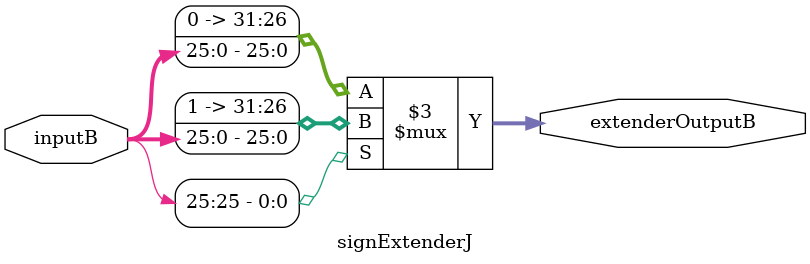
<source format=v>
module signExtenderJ (inputB, extenderOutputB);
    input [25:0] inputB;  //Extensão de entradas de 21 bits.
    output reg [31:0] extenderOutputB;

    always @ ( * ) begin //Multiplexador usado para avaliar que tipo de extensão o "signExtender" deve fazer.
    //Caso a seleção seja "01" ele completa uma entrada de 25 bits. Instrucao j.
      extenderOutputB = inputB;
      if(inputB[25]) begin
        extenderOutputB = {{6{1'b1}}, inputB};
        end
      else begin
        extenderOutputB = {{6{1'b0}}, inputB};
		  end
	 end	  
endmodule // signExtenderJ

</source>
